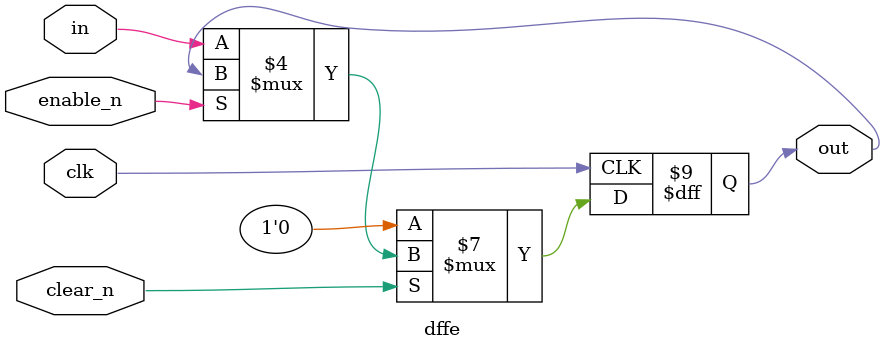
<source format=sv>
`ifndef __DFFE_SV__
`define __DFFE_SV__

/*
 * A D-Type Flip-Flop with Enable (74ALVCH16823DGG).
 */
module dffe #(
    parameter BITS = 1
) (
    input logic clk, // Clock
    input logic clear_n, // Clear (active-low)
    input logic enable_n, // Enable (active-low)
    input logic [BITS-1:0] in, // Input
    output logic [BITS-1:0] out // Output
);

    always_ff @(posedge clk) begin
        if (~clear_n) begin
            out <= 0;
        end else if (~enable_n) begin
            out <= in;
        end
    end

`ifdef FORMAL
    logic f_past_valid;
    initial f_past_valid = 0;
    always_ff @(posedge clk) begin
        f_past_valid = 1;
    end

    /* Validate logic */
    always_ff @(posedge clk) begin
        if (f_past_valid) begin
            if (~$past(clear_n)) begin
                assert(out == 0);
            end else if (~$past(enable_n)) begin
                assert(out == $past(in));
            end else begin
                assert(out == $past(out));
            end
        end
    end
`endif

endmodule

`endif

</source>
